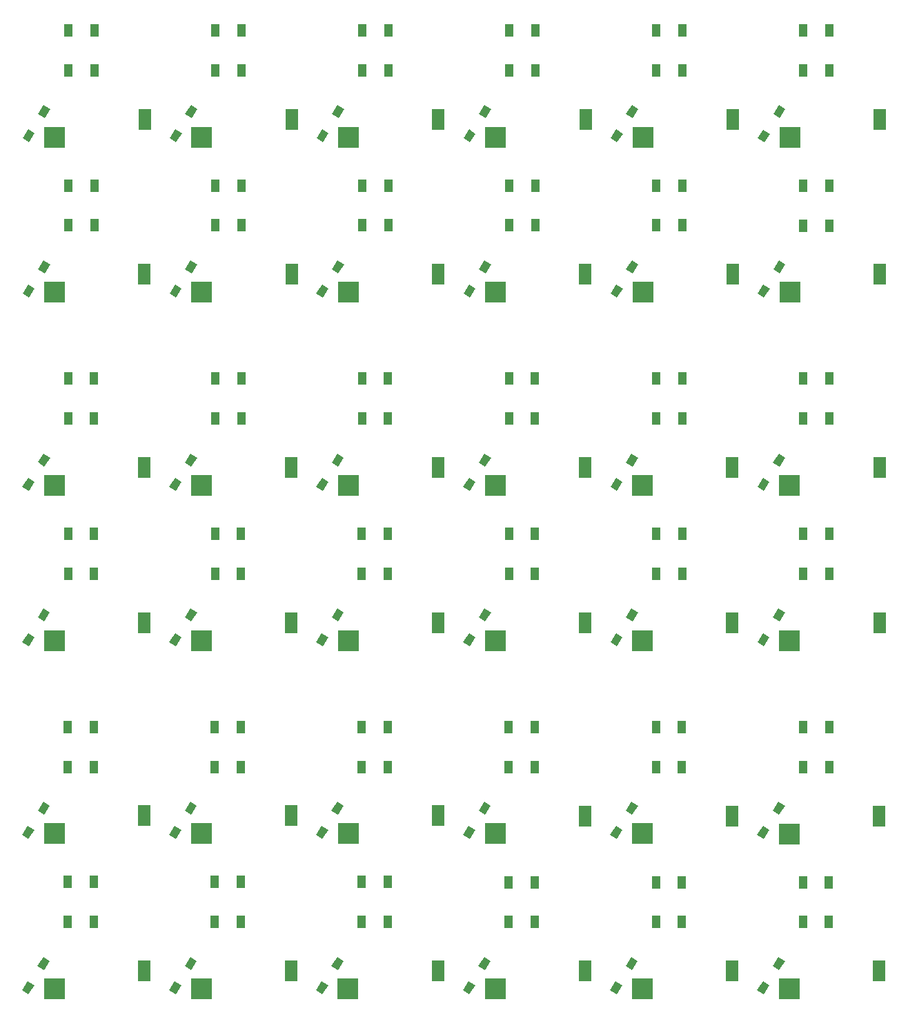
<source format=gtp>
G04 #@! TF.GenerationSoftware,KiCad,Pcbnew,(5.1.5)-3*
G04 #@! TF.CreationDate,2020-05-06T16:20:12+02:00*
G04 #@! TF.ProjectId,plaque,706c6171-7565-42e6-9b69-6361645f7063,1*
G04 #@! TF.SameCoordinates,Original*
G04 #@! TF.FileFunction,Paste,Top*
G04 #@! TF.FilePolarity,Positive*
%FSLAX46Y46*%
G04 Gerber Fmt 4.6, Leading zero omitted, Abs format (unit mm)*
G04 Created by KiCad (PCBNEW (5.1.5)-3) date 2020-05-06 16:20:12*
%MOMM*%
%LPD*%
G04 APERTURE LIST*
%ADD10C,0.100000*%
%ADD11R,1.000000X1.500000*%
%ADD12R,2.600000X2.600000*%
%ADD13R,1.600000X2.600000*%
G04 APERTURE END LIST*
D10*
G36*
X124259906Y-128115842D02*
G01*
X123458684Y-127605407D01*
X124157174Y-126508998D01*
X124958396Y-127019433D01*
X124259906Y-128115842D01*
G37*
G36*
X126167320Y-125121802D02*
G01*
X125366098Y-124611367D01*
X126064588Y-123514958D01*
X126865810Y-124025393D01*
X126167320Y-125121802D01*
G37*
D11*
X132272640Y-119245720D03*
X129072640Y-119245720D03*
X132272640Y-114345720D03*
X129072640Y-114345720D03*
X111028480Y-114343180D03*
X114228480Y-114343180D03*
X111028480Y-119243180D03*
X114228480Y-119243180D03*
D12*
X109364880Y-127448380D03*
D13*
X120389880Y-125248380D03*
D12*
X127401420Y-146483140D03*
D13*
X138426420Y-144283140D03*
D10*
G36*
X126159700Y-144154022D02*
G01*
X125358478Y-143643587D01*
X126056968Y-142547178D01*
X126858190Y-143057613D01*
X126159700Y-144154022D01*
G37*
G36*
X124252286Y-147148062D02*
G01*
X123451064Y-146637627D01*
X124149554Y-145541218D01*
X124950776Y-146051653D01*
X124252286Y-147148062D01*
G37*
D11*
X129065020Y-133377940D03*
X132265020Y-133377940D03*
X129065020Y-138277940D03*
X132265020Y-138277940D03*
D13*
X138434040Y-125250920D03*
D12*
X127409040Y-127450920D03*
D10*
G36*
X108123160Y-125119262D02*
G01*
X107321938Y-124608827D01*
X108020428Y-123512418D01*
X108821650Y-124022853D01*
X108123160Y-125119262D01*
G37*
G36*
X106215746Y-128113302D02*
G01*
X105414524Y-127602867D01*
X106113014Y-126506458D01*
X106914236Y-127016893D01*
X106215746Y-128113302D01*
G37*
G36*
X90061220Y-144151482D02*
G01*
X89259998Y-143641047D01*
X89958488Y-142544638D01*
X90759710Y-143055073D01*
X90061220Y-144151482D01*
G37*
G36*
X88153806Y-147145522D02*
G01*
X87352584Y-146635087D01*
X88051074Y-145538678D01*
X88852296Y-146049113D01*
X88153806Y-147145522D01*
G37*
D12*
X73266400Y-127445840D03*
D13*
X84291400Y-125245840D03*
D10*
G36*
X72024680Y-125116722D02*
G01*
X71223458Y-124606287D01*
X71921948Y-123509878D01*
X72723170Y-124020313D01*
X72024680Y-125116722D01*
G37*
G36*
X70117266Y-128110762D02*
G01*
X69316044Y-127600327D01*
X70014534Y-126503918D01*
X70815756Y-127014353D01*
X70117266Y-128110762D01*
G37*
D11*
X74930000Y-114340640D03*
X78130000Y-114340640D03*
X74930000Y-119240640D03*
X78130000Y-119240640D03*
D13*
X102335560Y-125248380D03*
D12*
X91310560Y-127448380D03*
X91302940Y-146480600D03*
D13*
X102327940Y-144280600D03*
D10*
G36*
X106208126Y-147145522D02*
G01*
X105406904Y-146635087D01*
X106105394Y-145538678D01*
X106906616Y-146049113D01*
X106208126Y-147145522D01*
G37*
G36*
X108115540Y-144151482D02*
G01*
X107314318Y-143641047D01*
X108012808Y-142544638D01*
X108814030Y-143055073D01*
X108115540Y-144151482D01*
G37*
D11*
X114220860Y-138275400D03*
X111020860Y-138275400D03*
X114220860Y-133375400D03*
X111020860Y-133375400D03*
D13*
X120382260Y-144280600D03*
D12*
X109357260Y-146480600D03*
D10*
G36*
X70109646Y-147142982D02*
G01*
X69308424Y-146632547D01*
X70006914Y-145536138D01*
X70808136Y-146046573D01*
X70109646Y-147142982D01*
G37*
G36*
X72017060Y-144148942D02*
G01*
X71215838Y-143638507D01*
X71914328Y-142542098D01*
X72715550Y-143052533D01*
X72017060Y-144148942D01*
G37*
D11*
X92966540Y-133375400D03*
X96166540Y-133375400D03*
X92966540Y-138275400D03*
X96166540Y-138275400D03*
D13*
X84283780Y-144278060D03*
D12*
X73258780Y-146478060D03*
D11*
X78122380Y-138272860D03*
X74922380Y-138272860D03*
X78122380Y-133372860D03*
X74922380Y-133372860D03*
X96174160Y-119243180D03*
X92974160Y-119243180D03*
X96174160Y-114343180D03*
X92974160Y-114343180D03*
D10*
G36*
X88161426Y-128113302D02*
G01*
X87360204Y-127602867D01*
X88058694Y-126506458D01*
X88859916Y-127016893D01*
X88161426Y-128113302D01*
G37*
G36*
X90068840Y-125119262D02*
G01*
X89267618Y-124608827D01*
X89966108Y-123512418D01*
X90767330Y-124022853D01*
X90068840Y-125119262D01*
G37*
G36*
X54008460Y-125116722D02*
G01*
X53207238Y-124606287D01*
X53905728Y-123509878D01*
X54706950Y-124020313D01*
X54008460Y-125116722D01*
G37*
G36*
X52101046Y-128110762D02*
G01*
X51299824Y-127600327D01*
X51998314Y-126503918D01*
X52799536Y-127014353D01*
X52101046Y-128110762D01*
G37*
D11*
X56913780Y-114340640D03*
X60113780Y-114340640D03*
X56913780Y-119240640D03*
X60113780Y-119240640D03*
D10*
G36*
X34056886Y-128108222D02*
G01*
X33255664Y-127597787D01*
X33954154Y-126501378D01*
X34755376Y-127011813D01*
X34056886Y-128108222D01*
G37*
G36*
X35964300Y-125114182D02*
G01*
X35163078Y-124603747D01*
X35861568Y-123507338D01*
X36662790Y-124017773D01*
X35964300Y-125114182D01*
G37*
D11*
X42069620Y-119238100D03*
X38869620Y-119238100D03*
X42069620Y-114338100D03*
X38869620Y-114338100D03*
D13*
X48231020Y-125243300D03*
D12*
X37206020Y-127443300D03*
X55250180Y-127445840D03*
D13*
X66275180Y-125245840D03*
D10*
G36*
X52093426Y-147142982D02*
G01*
X51292204Y-146632547D01*
X51990694Y-145536138D01*
X52791916Y-146046573D01*
X52093426Y-147142982D01*
G37*
G36*
X54000840Y-144148942D02*
G01*
X53199618Y-143638507D01*
X53898108Y-142542098D01*
X54699330Y-143052533D01*
X54000840Y-144148942D01*
G37*
D13*
X66267560Y-144278060D03*
D12*
X55242560Y-146478060D03*
D11*
X60106160Y-138272860D03*
X56906160Y-138272860D03*
X60106160Y-133372860D03*
X56906160Y-133372860D03*
D10*
G36*
X35956680Y-144146402D02*
G01*
X35155458Y-143635967D01*
X35853948Y-142539558D01*
X36655170Y-143049993D01*
X35956680Y-144146402D01*
G37*
G36*
X34049266Y-147140442D02*
G01*
X33248044Y-146630007D01*
X33946534Y-145533598D01*
X34747756Y-146044033D01*
X34049266Y-147140442D01*
G37*
D12*
X37198400Y-146475520D03*
D13*
X48223400Y-144275520D03*
D11*
X38862000Y-133370320D03*
X42062000Y-133370320D03*
X38862000Y-138270320D03*
X42062000Y-138270320D03*
D10*
G36*
X124287846Y-85408282D02*
G01*
X123486624Y-84897847D01*
X124185114Y-83801438D01*
X124986336Y-84311873D01*
X124287846Y-85408282D01*
G37*
G36*
X126195260Y-82414242D02*
G01*
X125394038Y-81903807D01*
X126092528Y-80807398D01*
X126893750Y-81317833D01*
X126195260Y-82414242D01*
G37*
D11*
X132300580Y-76538160D03*
X129100580Y-76538160D03*
X132300580Y-71638160D03*
X129100580Y-71638160D03*
X111056420Y-71635620D03*
X114256420Y-71635620D03*
X111056420Y-76535620D03*
X114256420Y-76535620D03*
D12*
X109392820Y-84740820D03*
D13*
X120417820Y-82540820D03*
D12*
X127429360Y-103775580D03*
D13*
X138454360Y-101575580D03*
D10*
G36*
X126187640Y-101446462D02*
G01*
X125386418Y-100936027D01*
X126084908Y-99839618D01*
X126886130Y-100350053D01*
X126187640Y-101446462D01*
G37*
G36*
X124280226Y-104440502D02*
G01*
X123479004Y-103930067D01*
X124177494Y-102833658D01*
X124978716Y-103344093D01*
X124280226Y-104440502D01*
G37*
D11*
X129092960Y-90670380D03*
X132292960Y-90670380D03*
X129092960Y-95570380D03*
X132292960Y-95570380D03*
D13*
X138461980Y-82543360D03*
D12*
X127436980Y-84743360D03*
D10*
G36*
X108151100Y-82411702D02*
G01*
X107349878Y-81901267D01*
X108048368Y-80804858D01*
X108849590Y-81315293D01*
X108151100Y-82411702D01*
G37*
G36*
X106243686Y-85405742D02*
G01*
X105442464Y-84895307D01*
X106140954Y-83798898D01*
X106942176Y-84309333D01*
X106243686Y-85405742D01*
G37*
G36*
X90089160Y-101443922D02*
G01*
X89287938Y-100933487D01*
X89986428Y-99837078D01*
X90787650Y-100347513D01*
X90089160Y-101443922D01*
G37*
G36*
X88181746Y-104437962D02*
G01*
X87380524Y-103927527D01*
X88079014Y-102831118D01*
X88880236Y-103341553D01*
X88181746Y-104437962D01*
G37*
D12*
X73294340Y-84738280D03*
D13*
X84319340Y-82538280D03*
D10*
G36*
X72052620Y-82409162D02*
G01*
X71251398Y-81898727D01*
X71949888Y-80802318D01*
X72751110Y-81312753D01*
X72052620Y-82409162D01*
G37*
G36*
X70145206Y-85403202D02*
G01*
X69343984Y-84892767D01*
X70042474Y-83796358D01*
X70843696Y-84306793D01*
X70145206Y-85403202D01*
G37*
D11*
X74957940Y-71633080D03*
X78157940Y-71633080D03*
X74957940Y-76533080D03*
X78157940Y-76533080D03*
D13*
X102363500Y-82540820D03*
D12*
X91338500Y-84740820D03*
X91330880Y-103773040D03*
D13*
X102355880Y-101573040D03*
D10*
G36*
X106236066Y-104437962D02*
G01*
X105434844Y-103927527D01*
X106133334Y-102831118D01*
X106934556Y-103341553D01*
X106236066Y-104437962D01*
G37*
G36*
X108143480Y-101443922D02*
G01*
X107342258Y-100933487D01*
X108040748Y-99837078D01*
X108841970Y-100347513D01*
X108143480Y-101443922D01*
G37*
D11*
X114248800Y-95567840D03*
X111048800Y-95567840D03*
X114248800Y-90667840D03*
X111048800Y-90667840D03*
D13*
X120410200Y-101573040D03*
D12*
X109385200Y-103773040D03*
D10*
G36*
X70137586Y-104435422D02*
G01*
X69336364Y-103924987D01*
X70034854Y-102828578D01*
X70836076Y-103339013D01*
X70137586Y-104435422D01*
G37*
G36*
X72045000Y-101441382D02*
G01*
X71243778Y-100930947D01*
X71942268Y-99834538D01*
X72743490Y-100344973D01*
X72045000Y-101441382D01*
G37*
D11*
X92994480Y-90667840D03*
X96194480Y-90667840D03*
X92994480Y-95567840D03*
X96194480Y-95567840D03*
D13*
X84311720Y-101570500D03*
D12*
X73286720Y-103770500D03*
D11*
X78150320Y-95565300D03*
X74950320Y-95565300D03*
X78150320Y-90665300D03*
X74950320Y-90665300D03*
X96202100Y-76535620D03*
X93002100Y-76535620D03*
X96202100Y-71635620D03*
X93002100Y-71635620D03*
D10*
G36*
X88189366Y-85405742D02*
G01*
X87388144Y-84895307D01*
X88086634Y-83798898D01*
X88887856Y-84309333D01*
X88189366Y-85405742D01*
G37*
G36*
X90096780Y-82411702D02*
G01*
X89295558Y-81901267D01*
X89994048Y-80804858D01*
X90795270Y-81315293D01*
X90096780Y-82411702D01*
G37*
G36*
X54036400Y-82409162D02*
G01*
X53235178Y-81898727D01*
X53933668Y-80802318D01*
X54734890Y-81312753D01*
X54036400Y-82409162D01*
G37*
G36*
X52128986Y-85403202D02*
G01*
X51327764Y-84892767D01*
X52026254Y-83796358D01*
X52827476Y-84306793D01*
X52128986Y-85403202D01*
G37*
D11*
X56941720Y-71633080D03*
X60141720Y-71633080D03*
X56941720Y-76533080D03*
X60141720Y-76533080D03*
D10*
G36*
X34084826Y-85400662D02*
G01*
X33283604Y-84890227D01*
X33982094Y-83793818D01*
X34783316Y-84304253D01*
X34084826Y-85400662D01*
G37*
G36*
X35992240Y-82406622D02*
G01*
X35191018Y-81896187D01*
X35889508Y-80799778D01*
X36690730Y-81310213D01*
X35992240Y-82406622D01*
G37*
D11*
X42097560Y-76530540D03*
X38897560Y-76530540D03*
X42097560Y-71630540D03*
X38897560Y-71630540D03*
D13*
X48258960Y-82535740D03*
D12*
X37233960Y-84735740D03*
X55278120Y-84738280D03*
D13*
X66303120Y-82538280D03*
D10*
G36*
X52121366Y-104435422D02*
G01*
X51320144Y-103924987D01*
X52018634Y-102828578D01*
X52819856Y-103339013D01*
X52121366Y-104435422D01*
G37*
G36*
X54028780Y-101441382D02*
G01*
X53227558Y-100930947D01*
X53926048Y-99834538D01*
X54727270Y-100344973D01*
X54028780Y-101441382D01*
G37*
D13*
X66295500Y-101570500D03*
D12*
X55270500Y-103770500D03*
D11*
X60134100Y-95565300D03*
X56934100Y-95565300D03*
X60134100Y-90665300D03*
X56934100Y-90665300D03*
D10*
G36*
X35984620Y-101438842D02*
G01*
X35183398Y-100928407D01*
X35881888Y-99831998D01*
X36683110Y-100342433D01*
X35984620Y-101438842D01*
G37*
G36*
X34077206Y-104432882D02*
G01*
X33275984Y-103922447D01*
X33974474Y-102826038D01*
X34775696Y-103336473D01*
X34077206Y-104432882D01*
G37*
D12*
X37226340Y-103767960D03*
D13*
X48251340Y-101567960D03*
D11*
X38889940Y-90662760D03*
X42089940Y-90662760D03*
X38889940Y-95562760D03*
X42089940Y-95562760D03*
D10*
G36*
X126223200Y-39701602D02*
G01*
X125421978Y-39191167D01*
X126120468Y-38094758D01*
X126921690Y-38605193D01*
X126223200Y-39701602D01*
G37*
G36*
X124315786Y-42695642D02*
G01*
X123514564Y-42185207D01*
X124213054Y-41088798D01*
X125014276Y-41599233D01*
X124315786Y-42695642D01*
G37*
D11*
X129128520Y-28925520D03*
X132328520Y-28925520D03*
X129128520Y-33825520D03*
X132328520Y-33825520D03*
D10*
G36*
X106271626Y-42693102D02*
G01*
X105470404Y-42182667D01*
X106168894Y-41086258D01*
X106970116Y-41596693D01*
X106271626Y-42693102D01*
G37*
G36*
X108179040Y-39699062D02*
G01*
X107377818Y-39188627D01*
X108076308Y-38092218D01*
X108877530Y-38602653D01*
X108179040Y-39699062D01*
G37*
D11*
X114284360Y-33822980D03*
X111084360Y-33822980D03*
X114284360Y-28922980D03*
X111084360Y-28922980D03*
D13*
X120445760Y-39828180D03*
D12*
X109420760Y-42028180D03*
X127464920Y-42030720D03*
D13*
X138489920Y-39830720D03*
D10*
G36*
X124308166Y-61727862D02*
G01*
X123506944Y-61217427D01*
X124205434Y-60121018D01*
X125006656Y-60631453D01*
X124308166Y-61727862D01*
G37*
G36*
X126215580Y-58733822D02*
G01*
X125414358Y-58223387D01*
X126112848Y-57126978D01*
X126914070Y-57637413D01*
X126215580Y-58733822D01*
G37*
D13*
X138482300Y-58862940D03*
D12*
X127457300Y-61062940D03*
D11*
X132320900Y-52857740D03*
X129120900Y-52857740D03*
X132320900Y-47957740D03*
X129120900Y-47957740D03*
D10*
G36*
X108171420Y-58731282D02*
G01*
X107370198Y-58220847D01*
X108068688Y-57124438D01*
X108869910Y-57634873D01*
X108171420Y-58731282D01*
G37*
G36*
X106264006Y-61725322D02*
G01*
X105462784Y-61214887D01*
X106161274Y-60118478D01*
X106962496Y-60628913D01*
X106264006Y-61725322D01*
G37*
D12*
X109413140Y-61060400D03*
D13*
X120438140Y-58860400D03*
D11*
X111076740Y-47955200D03*
X114276740Y-47955200D03*
X111076740Y-52855200D03*
X114276740Y-52855200D03*
D10*
G36*
X90124720Y-39699062D02*
G01*
X89323498Y-39188627D01*
X90021988Y-38092218D01*
X90823210Y-38602653D01*
X90124720Y-39699062D01*
G37*
G36*
X88217306Y-42693102D02*
G01*
X87416084Y-42182667D01*
X88114574Y-41086258D01*
X88915796Y-41596693D01*
X88217306Y-42693102D01*
G37*
D11*
X93030040Y-28922980D03*
X96230040Y-28922980D03*
X93030040Y-33822980D03*
X96230040Y-33822980D03*
D10*
G36*
X70173146Y-42690562D02*
G01*
X69371924Y-42180127D01*
X70070414Y-41083718D01*
X70871636Y-41594153D01*
X70173146Y-42690562D01*
G37*
G36*
X72080560Y-39696522D02*
G01*
X71279338Y-39186087D01*
X71977828Y-38089678D01*
X72779050Y-38600113D01*
X72080560Y-39696522D01*
G37*
D11*
X78185880Y-33820440D03*
X74985880Y-33820440D03*
X78185880Y-28920440D03*
X74985880Y-28920440D03*
D13*
X84347280Y-39825640D03*
D12*
X73322280Y-42025640D03*
X91366440Y-42028180D03*
D13*
X102391440Y-39828180D03*
D10*
G36*
X88209686Y-61725322D02*
G01*
X87408464Y-61214887D01*
X88106954Y-60118478D01*
X88908176Y-60628913D01*
X88209686Y-61725322D01*
G37*
G36*
X90117100Y-58731282D02*
G01*
X89315878Y-58220847D01*
X90014368Y-57124438D01*
X90815590Y-57634873D01*
X90117100Y-58731282D01*
G37*
D13*
X102383820Y-58860400D03*
D12*
X91358820Y-61060400D03*
D11*
X96222420Y-52855200D03*
X93022420Y-52855200D03*
X96222420Y-47955200D03*
X93022420Y-47955200D03*
D10*
G36*
X72072940Y-58728742D02*
G01*
X71271718Y-58218307D01*
X71970208Y-57121898D01*
X72771430Y-57632333D01*
X72072940Y-58728742D01*
G37*
G36*
X70165526Y-61722782D02*
G01*
X69364304Y-61212347D01*
X70062794Y-60115938D01*
X70864016Y-60626373D01*
X70165526Y-61722782D01*
G37*
D12*
X73314660Y-61057860D03*
D13*
X84339660Y-58857860D03*
D11*
X74978260Y-47952660D03*
X78178260Y-47952660D03*
X74978260Y-52852660D03*
X78178260Y-52852660D03*
D10*
G36*
X52156926Y-42690562D02*
G01*
X51355704Y-42180127D01*
X52054194Y-41083718D01*
X52855416Y-41594153D01*
X52156926Y-42690562D01*
G37*
G36*
X54064340Y-39696522D02*
G01*
X53263118Y-39186087D01*
X53961608Y-38089678D01*
X54762830Y-38600113D01*
X54064340Y-39696522D01*
G37*
D11*
X60169660Y-33820440D03*
X56969660Y-33820440D03*
X60169660Y-28920440D03*
X56969660Y-28920440D03*
D13*
X66331060Y-39825640D03*
D12*
X55306060Y-42025640D03*
D10*
G36*
X54056720Y-58728742D02*
G01*
X53255498Y-58218307D01*
X53953988Y-57121898D01*
X54755210Y-57632333D01*
X54056720Y-58728742D01*
G37*
G36*
X52149306Y-61722782D02*
G01*
X51348084Y-61212347D01*
X52046574Y-60115938D01*
X52847796Y-60626373D01*
X52149306Y-61722782D01*
G37*
D12*
X55298440Y-61057860D03*
D13*
X66323440Y-58857860D03*
D11*
X56962040Y-47952660D03*
X60162040Y-47952660D03*
X56962040Y-52852660D03*
X60162040Y-52852660D03*
D10*
G36*
X34105146Y-61720242D02*
G01*
X33303924Y-61209807D01*
X34002414Y-60113398D01*
X34803636Y-60623833D01*
X34105146Y-61720242D01*
G37*
G36*
X36012560Y-58726202D02*
G01*
X35211338Y-58215767D01*
X35909828Y-57119358D01*
X36711050Y-57629793D01*
X36012560Y-58726202D01*
G37*
D11*
X42117880Y-52850120D03*
X38917880Y-52850120D03*
X42117880Y-47950120D03*
X38917880Y-47950120D03*
D13*
X48279280Y-58855320D03*
D12*
X37254280Y-61055320D03*
D10*
G36*
X36020180Y-39693982D02*
G01*
X35218958Y-39183547D01*
X35917448Y-38087138D01*
X36718670Y-38597573D01*
X36020180Y-39693982D01*
G37*
G36*
X34112766Y-42688022D02*
G01*
X33311544Y-42177587D01*
X34010034Y-41081178D01*
X34811256Y-41591613D01*
X34112766Y-42688022D01*
G37*
D11*
X38925500Y-28917900D03*
X42125500Y-28917900D03*
X38925500Y-33817900D03*
X42125500Y-33817900D03*
D12*
X37261900Y-42023100D03*
D13*
X48286900Y-39823100D03*
M02*

</source>
